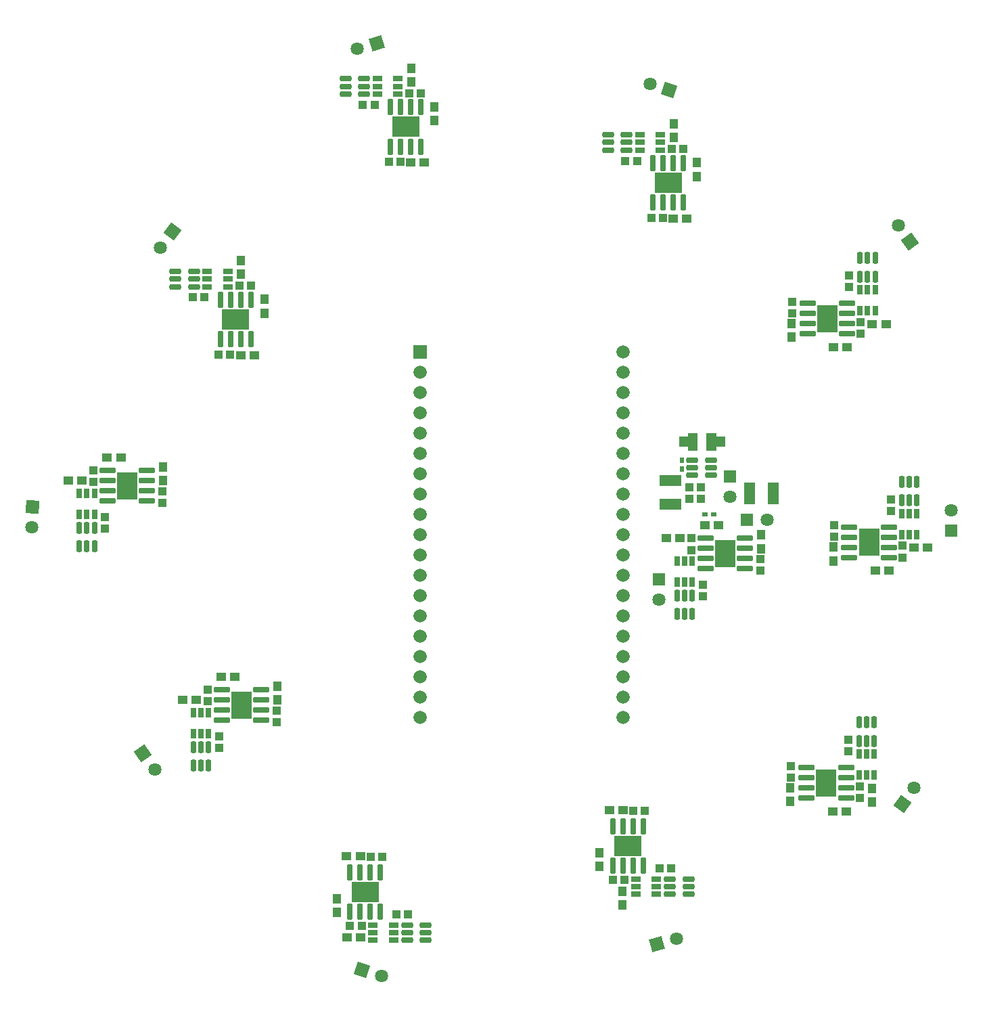
<source format=gts>
%TF.GenerationSoftware,Altium Limited,Altium Designer,23.3.1 (30)*%
G04 Layer_Color=8388736*
%FSLAX45Y45*%
%MOMM*%
%TF.SameCoordinates,30647D46-07CB-4458-BA05-9B6BD05E8BF5*%
%TF.FilePolarity,Negative*%
%TF.FileFunction,Soldermask,Top*%
%TF.Part,Single*%
G01*
G75*
%TA.AperFunction,SMDPad,CuDef*%
%ADD47R,1.34000X2.83000*%
G04:AMPARAMS|DCode=48|XSize=1.47mm|YSize=0.69mm|CornerRadius=0.1975mm|HoleSize=0mm|Usage=FLASHONLY|Rotation=180.000|XOffset=0mm|YOffset=0mm|HoleType=Round|Shape=RoundedRectangle|*
%AMROUNDEDRECTD48*
21,1,1.47000,0.29500,0,0,180.0*
21,1,1.07500,0.69000,0,0,180.0*
1,1,0.39500,-0.53750,0.14750*
1,1,0.39500,0.53750,0.14750*
1,1,0.39500,0.53750,-0.14750*
1,1,0.39500,-0.53750,-0.14750*
%
%ADD48ROUNDEDRECTD48*%
%ADD49R,0.60000X0.80000*%
%ADD50R,0.65000X1.30000*%
%ADD51R,1.00000X1.00000*%
G04:AMPARAMS|DCode=52|XSize=1.47mm|YSize=0.69mm|CornerRadius=0.1975mm|HoleSize=0mm|Usage=FLASHONLY|Rotation=270.000|XOffset=0mm|YOffset=0mm|HoleType=Round|Shape=RoundedRectangle|*
%AMROUNDEDRECTD52*
21,1,1.47000,0.29500,0,0,270.0*
21,1,1.07500,0.69000,0,0,270.0*
1,1,0.39500,-0.14750,-0.53750*
1,1,0.39500,-0.14750,0.53750*
1,1,0.39500,0.14750,0.53750*
1,1,0.39500,0.14750,-0.53750*
%
%ADD52ROUNDEDRECTD52*%
%ADD53R,2.51300X3.40200*%
G04:AMPARAMS|DCode=54|XSize=2.07mm|YSize=0.7mm|CornerRadius=0.125mm|HoleSize=0mm|Usage=FLASHONLY|Rotation=180.000|XOffset=0mm|YOffset=0mm|HoleType=Round|Shape=RoundedRectangle|*
%AMROUNDEDRECTD54*
21,1,2.07000,0.45000,0,0,180.0*
21,1,1.82000,0.70000,0,0,180.0*
1,1,0.25000,-0.91000,0.22500*
1,1,0.25000,0.91000,0.22500*
1,1,0.25000,0.91000,-0.22500*
1,1,0.25000,-0.91000,-0.22500*
%
%ADD54ROUNDEDRECTD54*%
%ADD55R,1.20000X1.10000*%
%ADD56R,1.00000X1.00000*%
%ADD57R,0.80000X0.60000*%
%ADD58R,1.10000X1.20000*%
%ADD59R,1.30000X0.65000*%
%ADD60R,3.40200X2.51300*%
G04:AMPARAMS|DCode=61|XSize=2.07mm|YSize=0.7mm|CornerRadius=0.125mm|HoleSize=0mm|Usage=FLASHONLY|Rotation=270.000|XOffset=0mm|YOffset=0mm|HoleType=Round|Shape=RoundedRectangle|*
%AMROUNDEDRECTD61*
21,1,2.07000,0.45000,0,0,270.0*
21,1,1.82000,0.70000,0,0,270.0*
1,1,0.25000,-0.22500,-0.91000*
1,1,0.25000,-0.22500,0.91000*
1,1,0.25000,0.22500,0.91000*
1,1,0.25000,0.22500,-0.91000*
%
%ADD61ROUNDEDRECTD61*%
%ADD62R,2.83000X1.34000*%
%TA.AperFunction,ComponentPad*%
%ADD63C,1.63000*%
%ADD64R,1.63000X1.63000*%
%ADD65R,1.63000X1.63000*%
%ADD66P,2.30517X4X350.0*%
%ADD67P,2.30517X4X387.0*%
%ADD68P,2.30517X4X61.0*%
%ADD69P,2.30517X4X99.0*%
%ADD70P,2.30517X4X171.0*%
%ADD71P,2.30517X4X242.0*%
%ADD72P,2.30517X4X278.0*%
%TA.AperFunction,ViaPad*%
%ADD73C,0.10000*%
%TA.AperFunction,ComponentPad*%
%ADD74P,2.30517X4X312.0*%
%ADD75C,1.66000*%
%ADD76R,1.66000X1.66000*%
G36*
X6450000Y5170000D02*
X6340000D01*
Y5290000D01*
X6450000D01*
Y5340000D01*
X6570000D01*
Y5120000D01*
X6450000D01*
Y5170000D01*
D02*
G37*
G36*
X6680000Y5340000D02*
X6800000D01*
Y5290000D01*
X6910000D01*
Y5170000D01*
X6800000D01*
Y5120000D01*
X6680000D01*
Y5340000D01*
D02*
G37*
D47*
X7518500Y4585000D02*
D03*
X7221500D02*
D03*
D48*
X6732000Y4997500D02*
D03*
Y4902500D02*
D03*
Y4807500D02*
D03*
X6498000D02*
D03*
Y4902500D02*
D03*
Y4997500D02*
D03*
X2931000Y-1005500D02*
D03*
Y-910500D02*
D03*
Y-815500D02*
D03*
X3165000D02*
D03*
Y-910500D02*
D03*
Y-1005500D02*
D03*
X6218550Y-430000D02*
D03*
Y-335000D02*
D03*
Y-240000D02*
D03*
X6452550D02*
D03*
Y-335000D02*
D03*
Y-430000D02*
D03*
X5678170Y9069070D02*
D03*
Y8974070D02*
D03*
Y8879070D02*
D03*
X5444170D02*
D03*
Y8974070D02*
D03*
Y9069070D02*
D03*
X2393500Y9768979D02*
D03*
Y9673979D02*
D03*
Y9578979D02*
D03*
X2159500D02*
D03*
Y9673979D02*
D03*
Y9768979D02*
D03*
X264092Y7359350D02*
D03*
Y7264350D02*
D03*
Y7169350D02*
D03*
X30092D02*
D03*
Y7264350D02*
D03*
Y7359350D02*
D03*
D49*
X6367500Y5000000D02*
D03*
Y4890000D02*
D03*
D50*
X6312500Y3472500D02*
D03*
X6407500D02*
D03*
X6502500D02*
D03*
Y3732500D02*
D03*
X6312500D02*
D03*
X6407500D02*
D03*
X-1171750Y4320750D02*
D03*
X-1076750D02*
D03*
X-981750D02*
D03*
Y4580750D02*
D03*
X-1171750D02*
D03*
X-1076750D02*
D03*
X257796Y1577500D02*
D03*
X352796D02*
D03*
X447796D02*
D03*
Y1837499D02*
D03*
X257796D02*
D03*
X352796D02*
D03*
X8777499Y1320000D02*
D03*
X8682499D02*
D03*
X8587499D02*
D03*
Y1060000D02*
D03*
X8777499D02*
D03*
X8682499D02*
D03*
X9312500Y4330000D02*
D03*
X9217500D02*
D03*
X9122500D02*
D03*
Y4070000D02*
D03*
X9312500D02*
D03*
X9217500D02*
D03*
X8789427Y7127898D02*
D03*
X8694427D02*
D03*
X8599427D02*
D03*
Y6867898D02*
D03*
X8789427D02*
D03*
X8694427D02*
D03*
D51*
X6637500Y3437500D02*
D03*
Y3292500D02*
D03*
X7352500Y3762500D02*
D03*
Y3617500D02*
D03*
X6492500Y4020000D02*
D03*
Y3875000D02*
D03*
X-846750Y4285750D02*
D03*
Y4140750D02*
D03*
X-131750Y4610750D02*
D03*
Y4465750D02*
D03*
X-991750Y4868250D02*
D03*
Y4723250D02*
D03*
X582796Y1542500D02*
D03*
Y1397500D02*
D03*
X1297796Y1867500D02*
D03*
Y1722500D02*
D03*
X437796Y2125000D02*
D03*
Y1980000D02*
D03*
X8452499Y1355000D02*
D03*
Y1500000D02*
D03*
X8597499Y772500D02*
D03*
Y917500D02*
D03*
X7737499Y1030000D02*
D03*
Y1175000D02*
D03*
X8272500Y4040000D02*
D03*
Y4185000D02*
D03*
X9132500Y3782500D02*
D03*
Y3927500D02*
D03*
X8987500Y4365000D02*
D03*
Y4510000D02*
D03*
X8609427Y6580398D02*
D03*
Y6725398D02*
D03*
X7749427Y6837898D02*
D03*
Y6982898D02*
D03*
X8464427Y7162898D02*
D03*
Y7307898D02*
D03*
D52*
X6312500Y3307000D02*
D03*
X6407500D02*
D03*
X6502500D02*
D03*
Y3073000D02*
D03*
X6407500D02*
D03*
X6312500D02*
D03*
X-1171750Y4155250D02*
D03*
X-1076750D02*
D03*
X-981750D02*
D03*
Y3921250D02*
D03*
X-1076750D02*
D03*
X-1171750D02*
D03*
X257796Y1412000D02*
D03*
X352796D02*
D03*
X447796D02*
D03*
Y1178000D02*
D03*
X352796D02*
D03*
X257796D02*
D03*
X8777499Y1485500D02*
D03*
X8682499D02*
D03*
X8587499D02*
D03*
Y1719500D02*
D03*
X8682499D02*
D03*
X8777499D02*
D03*
X9312500Y4495500D02*
D03*
X9217500D02*
D03*
X9122500D02*
D03*
Y4729500D02*
D03*
X9217500D02*
D03*
X9312500D02*
D03*
X8789427Y7293398D02*
D03*
X8694427D02*
D03*
X8599427D02*
D03*
Y7527398D02*
D03*
X8694427D02*
D03*
X8789427D02*
D03*
D53*
X6912500Y3830000D02*
D03*
X-571750Y4678250D02*
D03*
X857796Y1935000D02*
D03*
X8177499Y962500D02*
D03*
X8712500Y3972500D02*
D03*
X8189427Y6770398D02*
D03*
D54*
X6665000Y3639500D02*
D03*
Y3766500D02*
D03*
Y3893500D02*
D03*
Y4020500D02*
D03*
X7160000D02*
D03*
Y3893500D02*
D03*
Y3766500D02*
D03*
Y3639500D02*
D03*
X-819250Y4487750D02*
D03*
Y4614750D02*
D03*
Y4741750D02*
D03*
Y4868750D02*
D03*
X-324250D02*
D03*
Y4741750D02*
D03*
Y4614750D02*
D03*
Y4487750D02*
D03*
X610296Y1744500D02*
D03*
Y1871500D02*
D03*
Y1998500D02*
D03*
Y2125500D02*
D03*
X1105296D02*
D03*
Y1998500D02*
D03*
Y1871500D02*
D03*
Y1744500D02*
D03*
X8424999Y1153000D02*
D03*
Y1026000D02*
D03*
Y899000D02*
D03*
Y772000D02*
D03*
X7929999D02*
D03*
Y899000D02*
D03*
Y1026000D02*
D03*
Y1153000D02*
D03*
X8960000Y4163000D02*
D03*
Y4036000D02*
D03*
Y3909000D02*
D03*
Y3782000D02*
D03*
X8465000D02*
D03*
Y3909000D02*
D03*
Y4036000D02*
D03*
Y4163000D02*
D03*
X8436927Y6960898D02*
D03*
Y6833898D02*
D03*
Y6706898D02*
D03*
Y6579898D02*
D03*
X7941927D02*
D03*
Y6706898D02*
D03*
Y6833898D02*
D03*
Y6960898D02*
D03*
D55*
X6175000Y4020000D02*
D03*
X6345000D02*
D03*
X6832500Y4187500D02*
D03*
X6662500D02*
D03*
X-651750Y5035750D02*
D03*
X-821750D02*
D03*
X-1306750Y4745750D02*
D03*
X-1136750D02*
D03*
X777796Y2292500D02*
D03*
X607796D02*
D03*
X122796Y2002500D02*
D03*
X292796D02*
D03*
X2345500Y42000D02*
D03*
X2175500D02*
D03*
X2180180Y-970320D02*
D03*
X2350180D02*
D03*
X5633050Y617500D02*
D03*
X5463050D02*
D03*
X8257499Y605000D02*
D03*
X8427500D02*
D03*
X8792500Y3615000D02*
D03*
X8962500D02*
D03*
X9447500Y3905000D02*
D03*
X9277500D02*
D03*
X8924427Y6702898D02*
D03*
X8754427D02*
D03*
X8269427Y6412898D02*
D03*
X8439427D02*
D03*
X6263670Y8021570D02*
D03*
X6433670D02*
D03*
X2979000Y8721479D02*
D03*
X3149000D02*
D03*
X849592Y6311850D02*
D03*
X1019592D02*
D03*
D56*
X6462500Y4657500D02*
D03*
X6607500D02*
D03*
Y4517500D02*
D03*
X6462500D02*
D03*
X2800500Y-680500D02*
D03*
X2945500D02*
D03*
X2475500Y34500D02*
D03*
X2620500D02*
D03*
X2218000Y-825500D02*
D03*
X2363000D02*
D03*
X6088050Y-105000D02*
D03*
X6233050D02*
D03*
X5505550Y-250000D02*
D03*
X5650550D02*
D03*
X5763050Y610000D02*
D03*
X5908050D02*
D03*
X5808670Y8744070D02*
D03*
X5663670D02*
D03*
X6133670Y8029070D02*
D03*
X5988670D02*
D03*
X6391170Y8889070D02*
D03*
X6246170D02*
D03*
X2849000Y8728979D02*
D03*
X2704000D02*
D03*
X3106500Y9588979D02*
D03*
X2961500D02*
D03*
X2524000Y9443979D02*
D03*
X2379000D02*
D03*
X394592Y7034350D02*
D03*
X249592D02*
D03*
X719592Y6319350D02*
D03*
X574592D02*
D03*
X977092Y7179350D02*
D03*
X832092D02*
D03*
D57*
X6662500Y4317500D02*
D03*
X6772500D02*
D03*
D58*
X7360000Y3892500D02*
D03*
Y4062500D02*
D03*
X-124250Y4740750D02*
D03*
Y4910750D02*
D03*
X1305296Y1997499D02*
D03*
Y2167500D02*
D03*
X2050500Y-485500D02*
D03*
Y-655500D02*
D03*
X5628050Y-565000D02*
D03*
Y-395000D02*
D03*
X5338050Y90000D02*
D03*
Y-80000D02*
D03*
X8749499Y719250D02*
D03*
Y889250D02*
D03*
X7729999Y900000D02*
D03*
Y730000D02*
D03*
X8265000Y3910000D02*
D03*
Y3740000D02*
D03*
X7741927Y6707898D02*
D03*
Y6537898D02*
D03*
X6558670Y8549070D02*
D03*
Y8719070D02*
D03*
X6268670Y9204070D02*
D03*
Y9034070D02*
D03*
X3274000Y9248979D02*
D03*
Y9418979D02*
D03*
X2984000Y9903979D02*
D03*
Y9733979D02*
D03*
X1144842Y6839100D02*
D03*
Y7009100D02*
D03*
X853342Y7493100D02*
D03*
Y7323100D02*
D03*
D59*
X2765500Y-1005500D02*
D03*
Y-910500D02*
D03*
Y-815500D02*
D03*
X2505500D02*
D03*
Y-1005500D02*
D03*
Y-910500D02*
D03*
X6053050Y-430000D02*
D03*
Y-335000D02*
D03*
Y-240000D02*
D03*
X5793050D02*
D03*
Y-430000D02*
D03*
Y-335000D02*
D03*
X5843670Y9069070D02*
D03*
Y8974070D02*
D03*
Y8879070D02*
D03*
X6103670D02*
D03*
Y9069070D02*
D03*
Y8974070D02*
D03*
X2559000Y9768979D02*
D03*
Y9673979D02*
D03*
Y9578979D02*
D03*
X2819000D02*
D03*
Y9768979D02*
D03*
Y9673979D02*
D03*
X429592Y7359350D02*
D03*
Y7264350D02*
D03*
Y7169350D02*
D03*
X689592D02*
D03*
Y7359350D02*
D03*
Y7264350D02*
D03*
D60*
X2408000Y-405500D02*
D03*
X5695550Y170000D02*
D03*
X6201170Y8469070D02*
D03*
X787092Y6759350D02*
D03*
X2916500Y9168979D02*
D03*
D61*
X2598500Y-653000D02*
D03*
X2471500D02*
D03*
X2344500D02*
D03*
X2217500D02*
D03*
Y-158000D02*
D03*
X2344500D02*
D03*
X2471500D02*
D03*
X2598500D02*
D03*
X5886050Y-77500D02*
D03*
X5759050D02*
D03*
X5632050D02*
D03*
X5505050D02*
D03*
Y417500D02*
D03*
X5632050D02*
D03*
X5759050D02*
D03*
X5886050D02*
D03*
X6010670Y8716570D02*
D03*
X6137670D02*
D03*
X6264670D02*
D03*
X6391670D02*
D03*
Y8221570D02*
D03*
X6264670D02*
D03*
X6137670D02*
D03*
X6010670D02*
D03*
X596592Y7006850D02*
D03*
X723592D02*
D03*
X850592D02*
D03*
X977592D02*
D03*
Y6511850D02*
D03*
X850592D02*
D03*
X723592D02*
D03*
X596592D02*
D03*
X2726000Y8921479D02*
D03*
X2853000D02*
D03*
X2980000D02*
D03*
X3107000D02*
D03*
Y9416479D02*
D03*
X2980000D02*
D03*
X2853000D02*
D03*
X2726000D02*
D03*
D62*
X6225000Y4741000D02*
D03*
Y4444000D02*
D03*
D63*
X6970000Y4543000D02*
D03*
X6080000Y3255000D02*
D03*
X7437000Y4250000D02*
D03*
X-227156Y1125968D02*
D03*
X2610464Y-1453565D02*
D03*
X6302080Y-984994D02*
D03*
X9276648Y902245D02*
D03*
X9077278Y7934643D02*
D03*
X5969216Y9709245D02*
D03*
X2308549Y10142869D02*
D03*
X-156431Y7658573D02*
D03*
X9743150Y4369499D02*
D03*
X-1767543Y4158598D02*
D03*
D64*
X6970000Y4797000D02*
D03*
X6080000Y3509000D02*
D03*
X9743150Y4115500D02*
D03*
D65*
X7183000Y4250000D02*
D03*
D66*
X-372844Y1334032D02*
D03*
D67*
X2368895Y-1375075D02*
D03*
X6210784Y9630755D02*
D03*
D68*
X6057920Y-1055006D02*
D03*
D69*
X9127350Y696755D02*
D03*
D70*
X9226576Y7729153D02*
D03*
D71*
X2551451Y10217131D02*
D03*
D72*
X-3569Y7861426D02*
D03*
D73*
X8477649Y8852504D02*
D03*
X9857414Y6917542D02*
D03*
X9867888Y1756834D02*
D03*
X8473475Y-142354D02*
D03*
X3565138Y-1745027D02*
D03*
X1327268Y-1004420D02*
D03*
X-1712850Y3171103D02*
D03*
X-1700438Y5529511D02*
D03*
X1318598Y9727143D02*
D03*
X3565217Y10442613D02*
D03*
D74*
X-1754249Y4412250D02*
D03*
D75*
X5632500Y1781500D02*
D03*
Y2035500D02*
D03*
Y2289500D02*
D03*
Y2543500D02*
D03*
Y2797500D02*
D03*
Y3051500D02*
D03*
Y3305500D02*
D03*
Y3559500D02*
D03*
Y3813500D02*
D03*
Y4067500D02*
D03*
Y4321500D02*
D03*
Y4575500D02*
D03*
Y4829500D02*
D03*
Y5083500D02*
D03*
Y5337500D02*
D03*
Y5591500D02*
D03*
Y5845500D02*
D03*
Y6099500D02*
D03*
Y6353500D02*
D03*
X3092500Y2035500D02*
D03*
Y2289500D02*
D03*
Y2543500D02*
D03*
Y2797500D02*
D03*
Y3051500D02*
D03*
Y3305500D02*
D03*
Y3559500D02*
D03*
Y3813500D02*
D03*
Y4067500D02*
D03*
Y4321500D02*
D03*
Y4575500D02*
D03*
Y4829500D02*
D03*
Y5083500D02*
D03*
Y5337500D02*
D03*
Y5591500D02*
D03*
Y5845500D02*
D03*
Y1781500D02*
D03*
Y6099500D02*
D03*
D76*
Y6353500D02*
D03*
%TF.MD5,6f738ba0dacb682848bba1703b661287*%
M02*

</source>
